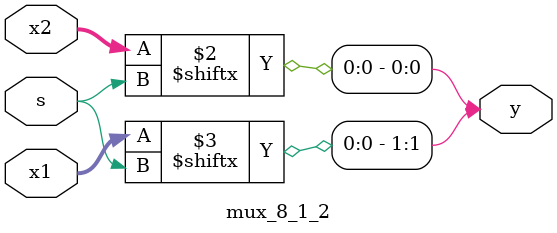
<source format=v>
 module mux_8_1_2 (
	input [7:0] x1,
	input [7:0] x2,
	input s,
	output reg [1:0] y);
	
	always @(s)
		y = {x1[s], x2[s]};
		
endmodule

</source>
